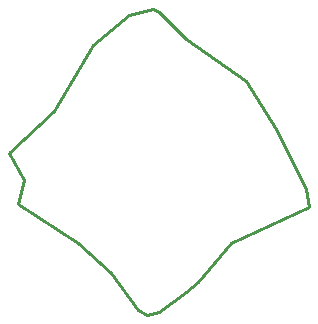
<source format=gbr>
G04 EAGLE Gerber RS-274X export*
G75*
%MOMM*%
%FSLAX34Y34*%
%LPD*%
%IN*%
%IPPOS*%
%AMOC8*
5,1,8,0,0,1.08239X$1,22.5*%
G01*
%ADD10C,0.254000*%


D10*
X60960Y182880D02*
X73660Y160020D01*
X68580Y139700D01*
X119380Y106680D01*
X147320Y81280D01*
X170180Y50040D01*
X177800Y45720D01*
X187760Y48260D01*
X210620Y65280D01*
X220980Y73660D01*
X248920Y106680D01*
X314960Y137160D01*
X312420Y152400D01*
X287020Y203200D01*
X261620Y243840D01*
X210820Y279400D01*
X187960Y302260D01*
X182880Y304800D01*
X162560Y299720D01*
X132080Y274320D01*
X99060Y218440D01*
X60960Y182880D01*
M02*

</source>
